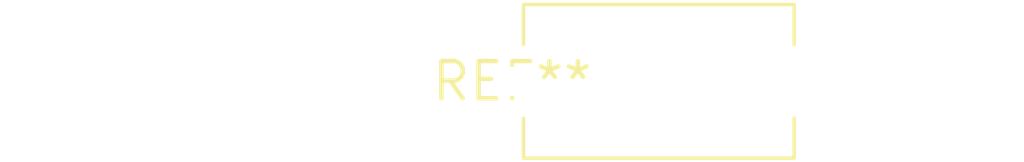
<source format=kicad_pcb>
(kicad_pcb (version 20240108) (generator pcbnew)
  (layers (0 "F.Cu" signal) (31 "B.Cu" signal) (34 "B.Paste" user) (35 "F.Paste" user) (36 "B.SilkS" user "B.Silkscreen") (37 "F.SilkS" user "F.Silkscreen") (38 "B.Mask" user) (39 "F.Mask" user) (44 "Edge.Cuts" user))
  (net 0 "")
  (footprint "C_Disc_D9.0mm_W5.0mm_P10.00mm" (layer "F.Cu") (at 0 0)
    (property "Reference" "REF**")
    (property "Value" "C_Disc_D9.0mm_W5.0mm_P10.00mm")
    (fp_line (start 0.38 -2.62) (end 0.38 -1.256) (layer "F.SilkS") (stroke (width 0.12)))
    (fp_line (start 0.38 -2.62) (end 9.62 -2.62) (layer "F.SilkS") (stroke (width 0.12)))
    (fp_line (start 0.38 1.256) (end 0.38 2.62) (layer "F.SilkS") (stroke (width 0.12)))
    (fp_line (start 0.38 2.62) (end 9.62 2.62) (layer "F.SilkS") (stroke (width 0.12)))
    (fp_line (start 9.62 -2.62) (end 9.62 -1.256) (layer "F.SilkS") (stroke (width 0.12)))
    (fp_line (start 9.62 1.256) (end 9.62 2.62) (layer "F.SilkS") (stroke (width 0.12)))
    (pad "1" thru_hole circle (at 0 0) (size 2 2) (drill 1) (layers *.Cu *.Mask) (remove_unused_layers))
    (pad "2" thru_hole circle (at 10 0) (size 2 2) (drill 1) (layers *.Cu *.Mask) (remove_unused_layers))
  )
)
</source>
